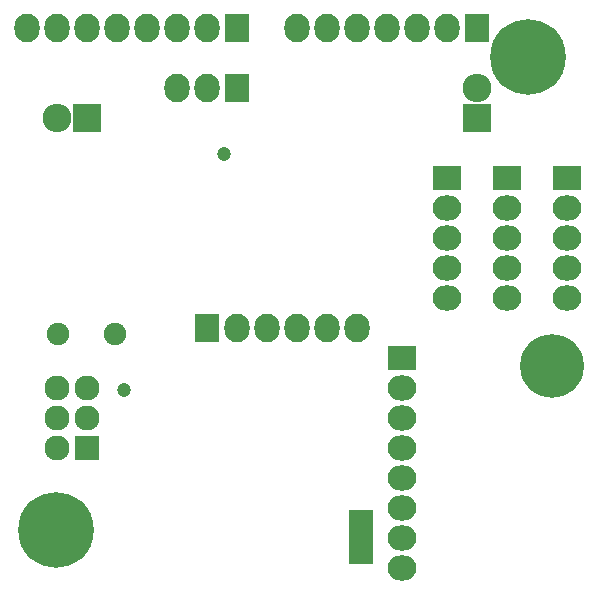
<source format=gbr>
G04 #@! TF.FileFunction,Soldermask,Bot*
%FSLAX46Y46*%
G04 Gerber Fmt 4.6, Leading zero omitted, Abs format (unit mm)*
G04 Created by KiCad (PCBNEW 0.201508170901+6097~28~ubuntu14.04.1-product) date Sa 22 Aug 2015 10:06:58 CEST*
%MOMM*%
G01*
G04 APERTURE LIST*
%ADD10C,0.100000*%
%ADD11R,2.432000X2.127200*%
%ADD12O,2.432000X2.127200*%
%ADD13C,5.400000*%
%ADD14R,2.000200X1.568400*%
%ADD15R,2.432000X2.432000*%
%ADD16O,2.432000X2.432000*%
%ADD17R,2.127200X2.127200*%
%ADD18O,2.127200X2.127200*%
%ADD19R,2.127200X2.432000*%
%ADD20O,2.127200X2.432000*%
%ADD21C,1.901140*%
%ADD22C,6.400000*%
%ADD23C,1.200000*%
G04 APERTURE END LIST*
D10*
D11*
X134290000Y-80480000D03*
D12*
X134290000Y-83020000D03*
X134290000Y-85560000D03*
X134290000Y-88100000D03*
X134290000Y-90640000D03*
X134290000Y-93180000D03*
X134290000Y-95720000D03*
X134290000Y-98260000D03*
D13*
X146990000Y-81160000D03*
D14*
X130800000Y-97124000D03*
X130800000Y-95600000D03*
X130800000Y-94076000D03*
D15*
X107620000Y-60160000D03*
D16*
X105080000Y-60160000D03*
D17*
X107620000Y-88100000D03*
D18*
X105080000Y-88100000D03*
X107620000Y-85560000D03*
X105080000Y-85560000D03*
X107620000Y-83020000D03*
X105080000Y-83020000D03*
D19*
X120320000Y-57620000D03*
D20*
X117780000Y-57620000D03*
X115240000Y-57620000D03*
D19*
X140640000Y-52540000D03*
D20*
X138100000Y-52540000D03*
X135560000Y-52540000D03*
X133020000Y-52540000D03*
X130480000Y-52540000D03*
X127940000Y-52540000D03*
X125400000Y-52540000D03*
D19*
X120320000Y-52540000D03*
D20*
X117780000Y-52540000D03*
X115240000Y-52540000D03*
X112700000Y-52540000D03*
X110160000Y-52540000D03*
X107620000Y-52540000D03*
X105080000Y-52540000D03*
X102540000Y-52540000D03*
D15*
X140640000Y-60160000D03*
D16*
X140640000Y-57620000D03*
D11*
X138100000Y-65240000D03*
D12*
X138100000Y-67780000D03*
X138100000Y-70320000D03*
X138100000Y-72860000D03*
X138100000Y-75400000D03*
D11*
X143180000Y-65240000D03*
D12*
X143180000Y-67780000D03*
X143180000Y-70320000D03*
X143180000Y-72860000D03*
X143180000Y-75400000D03*
D11*
X148260000Y-65240000D03*
D12*
X148260000Y-67780000D03*
X148260000Y-70320000D03*
X148260000Y-72860000D03*
X148260000Y-75400000D03*
D21*
X105159060Y-78400000D03*
X110040940Y-78400000D03*
D19*
X117780000Y-77940000D03*
D20*
X120320000Y-77940000D03*
X122860000Y-77940000D03*
X125400000Y-77940000D03*
X127940000Y-77940000D03*
X130480000Y-77940000D03*
D22*
X145000000Y-55000000D03*
X105000000Y-95000000D03*
D23*
X119200000Y-63200000D03*
X110800000Y-83200000D03*
M02*

</source>
